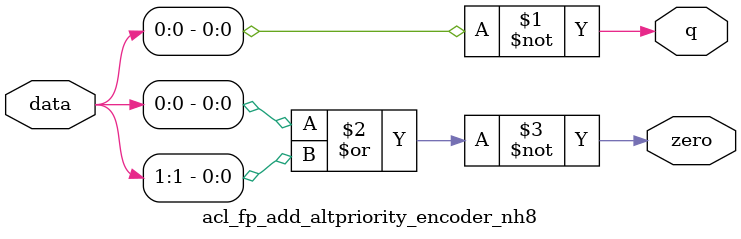
<source format=v>
module  acl_fp_add_altpriority_encoder_nh8
	( 
	data,
	q,
	zero) ;
	input   [1:0]  data;
	output   [0:0]  q;
	output   zero;
	assign
		q = {(~ data[0])},
		zero = (~ (data[0] | data[1]));
endmodule
</source>
